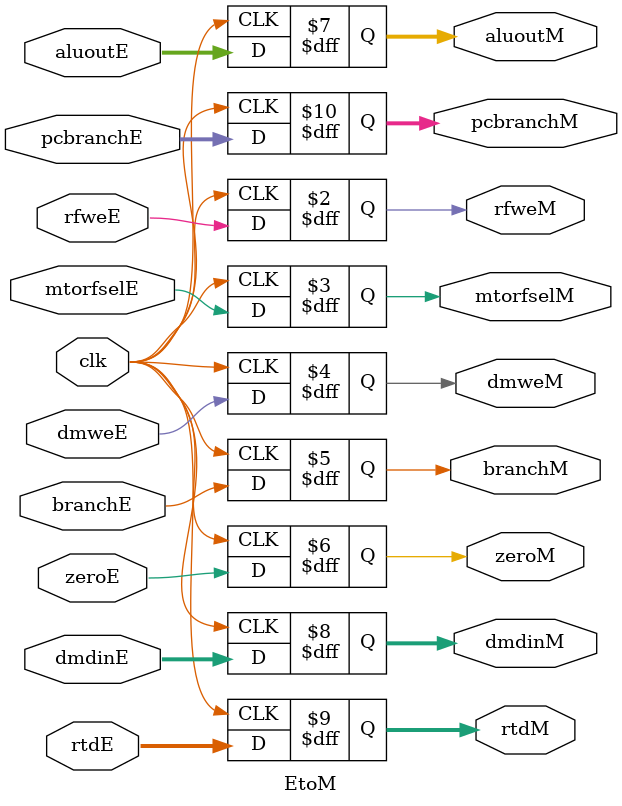
<source format=v>
`timescale 1ns / 1ps


module EtoM(input clk,
            input rfweE, mtorfselE, dmweE, branchE, zeroE,
            input [31:0] aluoutE, dmdinE,
            input [4:0] rtdE,
            input [31:0] pcbranchE,
                output reg rfweM, mtorfselM, dmweM, branchM, zeroM,
                output reg [31:0] aluoutM, dmdinM,
                output reg [4:0] rtdM,
                output reg [31:0] pcbranchM);

    always @(posedge clk) begin
        rfweM <= rfweE;
        mtorfselM <= mtorfselE;
        dmweM <= dmweE;
        branchM <= branchE;
        zeroM <= zeroE;
        aluoutM <= aluoutE;
        dmdinM <= dmdinE;
        rtdM <= rtdE;
        pcbranchM <= pcbranchE;
    end
    
endmodule

</source>
